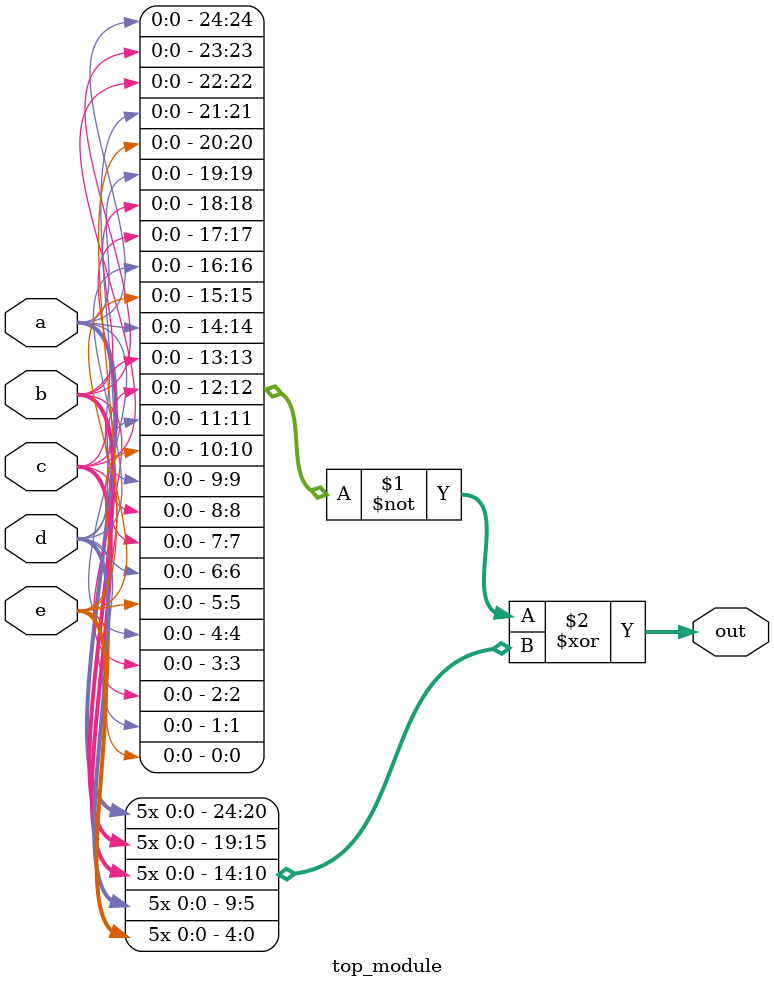
<source format=v>
module concat (    
    input [4:0] a, b, c, d, e, f,
    output [7:0] w, x, y, z
);
    assign {w, x, y, z} = {a, b, c, d, e, f, 2'b11};

endmodule

module top_module (
    input a, b, c, d, e,
    output [24:0] out );//

    
    assign out = ~{ 5{a, b, c, d, e} } ^ {{5{a}}, {5{b}}, {5{c}}, {5{d}}, {5{e}}};

endmodule
</source>
